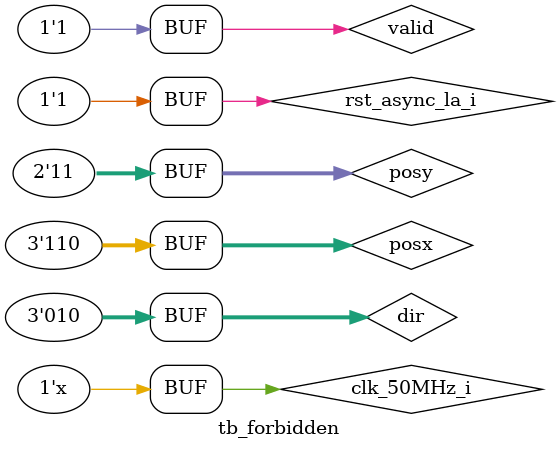
<source format=v>
`timescale 1ns / 1ps


module tb_forbidden;

	// Inputs
	reg rst_async_la_i;
	reg clk_50MHz_i;
	reg [2:0] posx;
	reg [1:0] posy;
	reg [2:0] dir;
	reg valid;

	// Outputs
	wire [2:0] positionx;
	wire [1:0] positiony;

	localparam  [2:0] UP = 3'b000, DOWN = 3'b111, RIGHT = 3'b101, LEFT = 3'b010, NONE = 3'b100;

	// Instantiate the Unit Under Test (UUT)
	forbidden_moves uut (
		.rst_async_la_i(rst_async_la_i),
		.clk_50MHz_i(clk_50MHz_i),
		.posx(posx),
		.posy(posy),
		.dir(dir),
		.valid(valid),
		.positionx(positionx),
		.positiony(positiony)
	);

	initial begin
		// Initialize Inputs
		rst_async_la_i = 1;
		clk_50MHz_i = 0;
		posx = 3'h7;
		posy = 2'h3;
		dir = 0;
		valid = 1;

		// Wait 100 ns for global reset to finish
		#100;
		#10 rst_async_la_i = 0;
		#10 rst_async_la_i = 1;

		// Add stimulus here
		#1000 dir = LEFT;
		#10000;
		#1000
		posx = 3'h6;
		posy = 2'h3;
		#1000 dir = LEFT;
		#10000;
		#1000 dir = UP;
		#10000;
		#1000 dir = RIGHT;
		#10000;
		#1000 dir = LEFT;
	end
	always
	begin
		#1 clk_50MHz_i <= ~clk_50MHz_i;
	end

endmodule

</source>
